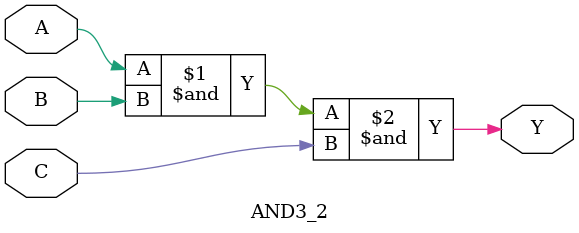
<source format=v>
module AND3_2 (
	input A, B, C,
	output Y
);
	assign Y = A & B & C;
endmodule
</source>
